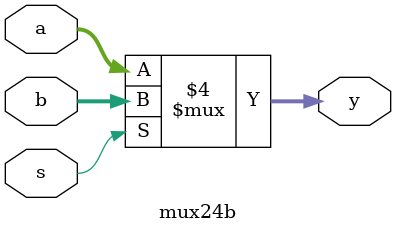
<source format=sv>
module mux24b(
input wire [3:0] a,
input wire [3:0] b,
input wire s,
output reg [3:0] y
);
always @(*)
begin
if(s == 0)
y = a;
else
y = b;
end
endmodule
</source>
